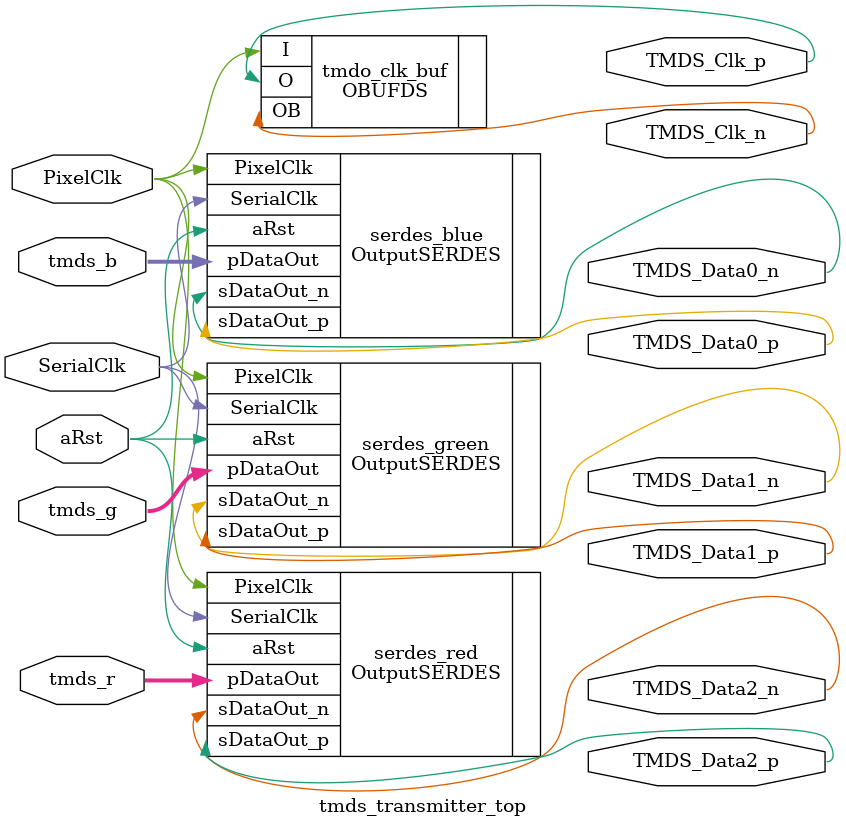
<source format=v>

module tmds_transmitter_top (
    input  wire         PixelClk,     // Pixel clock (1x)
    input  wire         SerialClk,    // Serializer clock (5x PixelClk)
    input  wire         aRst,         // Async reset (active high)

    input  wire [9:0]   tmds_r,       // TMDS encoded Red channel (10-bit)
    input  wire [9:0]   tmds_g,       // TMDS encoded Green channel (10-bit)
    input  wire [9:0]   tmds_b,       // TMDS encoded Blue channel (10-bit)

    // TMDS differential outputs
    output wire         TMDS_Clk_p,
    output wire         TMDS_Clk_n,
    output wire         TMDS_Data0_p,
    output wire         TMDS_Data0_n,
    output wire         TMDS_Data1_p,
    output wire         TMDS_Data1_n,
    output wire         TMDS_Data2_p,
    output wire         TMDS_Data2_n
);

    // ---------------------------------------------------------
    // TMDS Clock output:
    // For DVI/HDMI the TMDS clock pair toggles at pixel clock rate.
    // A common simple approach is to drive the differential buffer
    // directly with PixelClk (OBUFDS). This is fine for many boards.
    // More advanced implementations use a DDR serializer to produce
    // a 10-bit pattern for the clock line; for most use cases driving
    // PixelClk differentially is acceptable.
    // ---------------------------------------------------------
    OBUFDS #(
        .IOSTANDARD("TMDS_33")
    ) tmdo_clk_buf (
        .I (PixelClk),
        .O (TMDS_Clk_p),
        .OB(TMDS_Clk_n)
    );

    // ---------------------------------------------------------
    // Instantiate three single-channel serializers.
    // The OutputSERDES module should perform:
    //  - bit reversal (LSB-first mapping),
    //  - OSERDESE2 master/slave cascade
    //  - OBUFDS to produce differential pair.
    //
    // We assume the OutputSERDES module interface:
    //   OutputSERDES #(.kParallelWidth(10)) inst (
    //      .PixelClk(PixelClk),
    //      .SerialClk(SerialClk),
    //      .aRst(aRst),
    //      .pDataOut(tmds_x),
    //      .sDataOut_p(...),
    //      .sDataOut_n(...)
    //   );
    // ---------------------------------------------------------

    // Blue channel (Data0)
    OutputSERDES #(
        .kParallelWidth(10)
    ) serdes_blue (
        .PixelClk  (PixelClk),
        .SerialClk (SerialClk),
        .aRst      (aRst),
        .pDataOut  (tmds_b),
        .sDataOut_p(TMDS_Data0_p),
        .sDataOut_n(TMDS_Data0_n)
    );

    // Green channel (Data1)
    OutputSERDES #(
        .kParallelWidth(10)
    ) serdes_green (
        .PixelClk  (PixelClk),
        .SerialClk (SerialClk),
        .aRst      (aRst),
        .pDataOut  (tmds_g),
        .sDataOut_p(TMDS_Data1_p),
        .sDataOut_n(TMDS_Data1_n)
    );

    // Red channel (Data2)
    OutputSERDES #(
        .kParallelWidth(10)
    ) serdes_red (
        .PixelClk  (PixelClk),
        .SerialClk (SerialClk),
        .aRst      (aRst),
        .pDataOut  (tmds_r),
        .sDataOut_p(TMDS_Data2_p),
        .sDataOut_n(TMDS_Data2_n)
    );

endmodule

</source>
